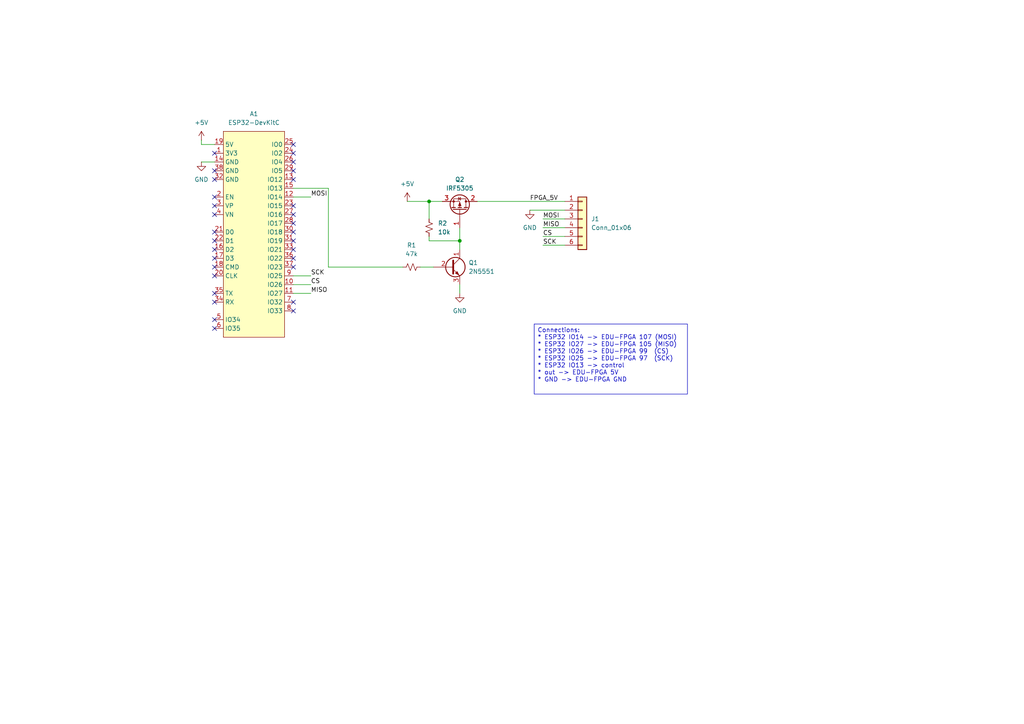
<source format=kicad_sch>
(kicad_sch (version 20231120) (generator "eeschema") (generator_version "8.0")
  (paper "A4")
  (title_block (title "ESP32-FPGA interface"))
  (lib_symbols
    (symbol "Connector_Generic:Conn_01x06" (pin_names (offset 1.016) hide)
      (property "Reference" "J" (at 0 7.62 0))
      (property "Value" "Conn_01x06" (at 0 -10.16 0))
      (symbol "Conn_01x06_1_1"
        (rectangle (start -1.27 -7.493) (end 0 -7.747) (stroke (width 0.1524)))
        (rectangle (start -1.27 -4.953) (end 0 -5.207) (stroke (width 0.1524)))
        (rectangle (start -1.27 -2.413) (end 0 -2.667) (stroke (width 0.1524)))
        (rectangle (start -1.27 0.127) (end 0 -0.127) (stroke (width 0.1524)))
        (rectangle (start -1.27 2.667) (end 0 2.413) (stroke (width 0.1524)))
        (rectangle (start -1.27 5.207) (end 0 4.953) (stroke (width 0.1524)))
        (rectangle (start -1.27 6.35) (end 1.27 -8.89) (stroke (width 0.254)) (fill (type background)))
        (pin passive line (at -5.08 5.08 0) (length 3.81) (name "Pin_1") (number "1"))
        (pin passive line (at -5.08 2.54 0) (length 3.81) (name "Pin_2") (number "2"))
        (pin passive line (at -5.08 0 0) (length 3.81) (name "Pin_3") (number "3"))
        (pin passive line (at -5.08 -2.54 0) (length 3.81) (name "Pin_4") (number "4"))
        (pin passive line (at -5.08 -5.08 0) (length 3.81) (name "Pin_5") (number "5"))
        (pin passive line (at -5.08 -7.62 0) (length 3.81) (name "Pin_6") (number "6"))
      )
    )
    (symbol "Device:Q_NPN_CBE" (pin_names (offset 0) hide)
      (property "Reference" "Q" (at 5.08 1.27 0))
      (property "Value" "Q_NPN_CBE" (at 5.08 -1.27 0))
      (symbol "Q_NPN_CBE_0_1"
        (polyline (pts (xy 0.635 0.635) (xy 2.54 2.54)))
        (polyline (pts (xy 0.635 -0.635) (xy 2.54 -2.54) (xy 2.54 -2.54)))
        (polyline (pts (xy 0.635 1.905) (xy 0.635 -1.905) (xy 0.635 -1.905)) (stroke (width 0.508)))
        (polyline (pts (xy 1.27 -1.778) (xy 1.778 -1.27) (xy 2.286 -2.286) (xy 1.27 -1.778) (xy 1.27 -1.778)) (fill (type outline)))
        (circle (center 1.27 0) (radius 2.8194) (stroke (width 0.254)))
      )
      (symbol "Q_NPN_CBE_1_1"
        (pin passive line (at 2.54 5.08 270) (length 2.54) (name "C") (number "1"))
        (pin input line (at -5.08 0 0) (length 5.715) (name "B") (number "2"))
        (pin passive line (at 2.54 -5.08 90) (length 2.54) (name "E") (number "3"))
      )
    )
    (symbol "Device:Q_PMOS_GDS" (pin_names (offset 0) hide)
      (property "Reference" "Q" (at 5.08 1.27 0))
      (property "Value" "Q_PMOS_GDS" (at 5.08 -1.27 0))
      (symbol "Q_PMOS_GDS_0_1"
        (polyline (pts (xy 0.254 0) (xy -2.54 0)))
        (polyline (pts (xy 0.254 1.905) (xy 0.254 -1.905)) (stroke (width 0.254)))
        (polyline (pts (xy 0.762 -1.27) (xy 0.762 -2.286)) (stroke (width 0.254)))
        (polyline (pts (xy 0.762 0.508) (xy 0.762 -0.508)) (stroke (width 0.254)))
        (polyline (pts (xy 0.762 2.286) (xy 0.762 1.27)) (stroke (width 0.254)))
        (polyline (pts (xy 2.54 2.54) (xy 2.54 1.778)))
        (polyline (pts (xy 2.54 -2.54) (xy 2.54 0) (xy 0.762 0)))
        (polyline (pts (xy 0.762 1.778) (xy 3.302 1.778) (xy 3.302 -1.778) (xy 0.762 -1.778)))
        (polyline (pts (xy 2.286 0) (xy 1.27 0.381) (xy 1.27 -0.381) (xy 2.286 0)) (fill (type outline)))
        (polyline (pts (xy 2.794 -0.508) (xy 2.921 -0.381) (xy 3.683 -0.381) (xy 3.81 -0.254)))
        (polyline (pts (xy 3.302 -0.381) (xy 2.921 0.254) (xy 3.683 0.254) (xy 3.302 -0.381)))
        (circle (center 1.651 0) (radius 2.794) (stroke (width 0.254)))
        (circle (center 2.54 -1.778) (radius 0.254) (fill (type outline)))
        (circle (center 2.54 1.778) (radius 0.254) (fill (type outline)))
      )
      (symbol "Q_PMOS_GDS_1_1"
        (pin input line (at -5.08 0 0) (length 2.54) (name "G") (number "1"))
        (pin passive line (at 2.54 5.08 270) (length 2.54) (name "D") (number "2"))
        (pin passive line (at 2.54 -5.08 90) (length 2.54) (name "S") (number "3"))
      )
    )
    (symbol "Device:R_Small_US" (pin_numbers hide) (pin_names (offset 0.254) hide)
      (property "Reference" "R" (at 0.762 0.508 0))
      (property "Value" "R_Small_US" (at 0.762 -1.016 0))
      (symbol "R_Small_US_1_1"
        (polyline (pts (xy 0 0) (xy 1.016 -0.381) (xy 0 -0.762) (xy -1.016 -1.143) (xy 0 -1.524)))
        (polyline (pts (xy 0 1.524) (xy 1.016 1.143) (xy 0 0.762) (xy -1.016 0.381) (xy 0 0)))
        (pin passive line (at 0 2.54 270) (length 1.016) (name "~") (number "1"))
        (pin passive line (at 0 -2.54 90) (length 1.016) (name "~") (number "2"))
      )
    )
    (symbol "ESP32_Module:ESP32-DevKitC"
      (property "Reference" "A" (at -8.382 26.924 0))
      (property "Value" "ESP32-DevKitC" (at -0.254 -36.068 0))
      (symbol "ESP32-DevKitC_1_1"
        (rectangle (start -8.89 25.4) (end 8.89 -34.29) (fill (type background)))
        (pin power_out line (at -11.43 19.05 0) (length 2.54) (name "3V3") (number "1"))
        (pin bidirectional line (at 11.43 -19.05 180) (length 2.54) (name "IO26") (number "10"))
        (pin bidirectional line (at 11.43 -21.59 180) (length 2.54) (name "IO27") (number "11"))
        (pin bidirectional line (at 11.43 6.35 180) (length 2.54) (name "IO14") (number "12"))
        (pin bidirectional line (at 11.43 11.43 180) (length 2.54) (name "IO12") (number "13"))
        (pin power_out line (at -11.43 16.51 0) (length 2.54) (name "GND") (number "14"))
        (pin bidirectional line (at 11.43 8.89 180) (length 2.54) (name "IO13") (number "15"))
        (pin bidirectional line (at -11.43 -8.89 0) (length 2.54) (name "D2") (number "16"))
        (pin bidirectional line (at -11.43 -11.43 0) (length 2.54) (name "D3") (number "17"))
        (pin bidirectional line (at -11.43 -13.97 0) (length 2.54) (name "CMD") (number "18"))
        (pin power_out line (at -11.43 21.59 0) (length 2.54) (name "5V") (number "19"))
        (pin input line (at -11.43 6.35 0) (length 2.54) (name "EN") (number "2"))
        (pin bidirectional line (at -11.43 -16.51 0) (length 2.54) (name "CLK") (number "20"))
        (pin bidirectional line (at -11.43 -3.81 0) (length 2.54) (name "D0") (number "21"))
        (pin bidirectional line (at -11.43 -6.35 0) (length 2.54) (name "D1") (number "22"))
        (pin bidirectional line (at 11.43 3.81 180) (length 2.54) (name "IO15") (number "23"))
        (pin bidirectional line (at 11.43 19.05 180) (length 2.54) (name "IO2") (number "24"))
        (pin bidirectional line (at 11.43 21.59 180) (length 2.54) (name "IO0") (number "25"))
        (pin bidirectional line (at 11.43 16.51 180) (length 2.54) (name "IO4") (number "26"))
        (pin bidirectional line (at 11.43 1.27 180) (length 2.54) (name "IO16") (number "27"))
        (pin bidirectional line (at 11.43 -1.27 180) (length 2.54) (name "IO17") (number "28"))
        (pin bidirectional line (at 11.43 13.97 180) (length 2.54) (name "IO5") (number "29"))
        (pin input line (at -11.43 3.81 0) (length 2.54) (name "VP") (number "3"))
        (pin bidirectional line (at 11.43 -3.81 180) (length 2.54) (name "IO18") (number "30"))
        (pin bidirectional line (at 11.43 -6.35 180) (length 2.54) (name "IO19") (number "31"))
        (pin power_out line (at -11.43 11.43 0) (length 2.54) (name "GND") (number "32"))
        (pin bidirectional line (at 11.43 -8.89 180) (length 2.54) (name "IO21") (number "33"))
        (pin bidirectional line (at -11.43 -24.13 0) (length 2.54) (name "RX") (number "34"))
        (pin bidirectional line (at -11.43 -21.59 0) (length 2.54) (name "TX") (number "35"))
        (pin bidirectional line (at 11.43 -11.43 180) (length 2.54) (name "IO22") (number "36"))
        (pin bidirectional line (at 11.43 -13.97 180) (length 2.54) (name "IO23") (number "37"))
        (pin power_out line (at -11.43 13.97 0) (length 2.54) (name "GND") (number "38"))
        (pin input line (at -11.43 1.27 0) (length 2.54) (name "VN") (number "4"))
        (pin input line (at -11.43 -29.21 0) (length 2.54) (name "IO34") (number "5"))
        (pin input line (at -11.43 -31.75 0) (length 2.54) (name "IO35") (number "6"))
        (pin bidirectional line (at 11.43 -24.13 180) (length 2.54) (name "IO32") (number "7"))
        (pin bidirectional line (at 11.43 -26.67 180) (length 2.54) (name "IO33") (number "8"))
        (pin bidirectional line (at 11.43 -16.51 180) (length 2.54) (name "IO25") (number "9"))
      )
    )
    (symbol "power:+5V" (power) (pin_numbers hide) (pin_names (offset 0) hide)
      (property "Value" "+5V" (at 0 3.556 0))
      (symbol "+5V_0_1"
        (polyline (pts (xy -0.762 1.27) (xy 0 2.54)))
        (polyline (pts (xy 0 0) (xy 0 2.54)))
        (polyline (pts (xy 0 2.54) (xy 0.762 1.27)))
      )
      (symbol "+5V_1_1"
        (pin power_in line (at 0 0 90) (length 0) (name "~") (number "1"))
      )
    )
    (symbol "power:GND" (power) (pin_numbers hide) (pin_names (offset 0) hide)
      (property "Value" "GND" (at 0 -3.81 0))
      (symbol "GND_0_1"
        (polyline (pts (xy 0 0) (xy 0 -1.27) (xy 1.27 -1.27) (xy 0 -2.54) (xy -1.27 -1.27) (xy 0 -1.27)))
      )
      (symbol "GND_1_1"
        (pin power_in line (at 0 0 270) (length 0) (name "~") (number "1"))
      )
    )
  )
  (junction (at 133.35 69.85))
  (junction (at 124.46 58.42))
  (no_connect (at 85.09 87.63))
  (no_connect (at 85.09 72.39))
  (no_connect (at 85.09 59.69))
  (no_connect (at 85.09 49.53))
  (no_connect (at 62.23 95.25))
  (no_connect (at 85.09 74.93))
  (no_connect (at 62.23 59.69))
  (no_connect (at 62.23 62.23))
  (no_connect (at 62.23 92.71))
  (no_connect (at 85.09 44.45))
  (no_connect (at 85.09 41.91))
  (no_connect (at 85.09 64.77))
  (no_connect (at 62.23 69.85))
  (no_connect (at 85.09 62.23))
  (no_connect (at 85.09 46.99))
  (no_connect (at 62.23 85.09))
  (no_connect (at 62.23 80.01))
  (no_connect (at 85.09 90.17))
  (no_connect (at 62.23 49.53))
  (no_connect (at 62.23 74.93))
  (no_connect (at 85.09 69.85))
  (no_connect (at 62.23 87.63))
  (no_connect (at 85.09 77.47))
  (no_connect (at 62.23 44.45))
  (no_connect (at 62.23 77.47))
  (no_connect (at 85.09 67.31))
  (no_connect (at 85.09 52.07))
  (no_connect (at 62.23 52.07))
  (no_connect (at 62.23 57.15))
  (no_connect (at 62.23 67.31))
  (no_connect (at 62.23 72.39))
  (wire (pts (xy 95.25 54.61) (xy 85.09 54.61)))
  (wire (pts (xy 133.35 66.04) (xy 133.35 69.85)))
  (wire (pts (xy 124.46 58.42) (xy 128.27 58.42)))
  (wire (pts (xy 85.09 85.09) (xy 90.17 85.09)))
  (wire (pts (xy 62.23 41.91) (xy 58.42 41.91)))
  (wire (pts (xy 85.09 80.01) (xy 90.17 80.01)))
  (wire (pts (xy 85.09 57.15) (xy 90.17 57.15)))
  (wire (pts (xy 95.25 77.47) (xy 116.84 77.47)))
  (wire (pts (xy 138.43 58.42) (xy 163.83 58.42)))
  (wire (pts (xy 95.25 77.47) (xy 95.25 54.61)))
  (wire (pts (xy 133.35 69.85) (xy 124.46 69.85)))
  (wire (pts (xy 121.92 77.47) (xy 125.73 77.47)))
  (wire (pts (xy 124.46 68.58) (xy 124.46 69.85)))
  (wire (pts (xy 157.48 68.58) (xy 163.83 68.58)))
  (wire (pts (xy 118.11 58.42) (xy 124.46 58.42)))
  (wire (pts (xy 157.48 66.04) (xy 163.83 66.04)))
  (wire (pts (xy 157.48 71.12) (xy 163.83 71.12)))
  (wire (pts (xy 157.48 63.5) (xy 163.83 63.5)))
  (wire (pts (xy 58.42 41.91) (xy 58.42 40.64)))
  (wire (pts (xy 124.46 63.5) (xy 124.46 58.42)))
  (wire (pts (xy 133.35 82.55) (xy 133.35 85.09)))
  (wire (pts (xy 58.42 46.99) (xy 62.23 46.99)))
  (wire (pts (xy 133.35 69.85) (xy 133.35 72.39)))
  (wire (pts (xy 153.67 60.96) (xy 163.83 60.96)))
  (wire (pts (xy 85.09 82.55) (xy 90.17 82.55)))
  (text_box "Connections:\n* ESP32 IO14 -> EDU-FPGA 107 (MOSI)\n* ESP32 IO27 -> EDU-FPGA 105 (MISO)\n* ESP32 IO26 -> EDU-FPGA 99  (CS)\n* ESP32 IO25 -> EDU-FPGA 97  (SCK)\n* ESP32 IO13 -> control\n* out -> EDU-FPGA 5V\n* GND -> EDU-FPGA GND" (at 154.94 93.98 0) (size 44.45 20.32) (effects (font (size 1.27 1.27)) (justify left top)))
  (label "MISO" (at 157.48 66.04 0))
  (label "FPGA_5V" (at 153.67 58.42 0))
  (label "SCK" (at 90.17 80.01 0))
  (label "MISO" (at 90.17 85.09 0))
  (label "CS" (at 157.48 68.58 0))
  (label "MOSI" (at 90.17 57.15 0))
  (label "MOSI" (at 157.48 63.5 0))
  (label "SCK" (at 157.48 71.12 0))
  (label "CS" (at 90.17 82.55 0))
  (symbol (lib_id "ESP32_Module:ESP32-DevKitC") (at 73.66 63.5 0) (unit 1)
    (property "Reference" "A1" (at 73.66 33.02 0))
    (property "Value" "ESP32-DevKitC" (at 73.66 35.56 0))
    (property "Footprint" "ESP32_Module:ESP32_DevkitC_V4" (effects (hide yes)))
  )
  (symbol (lib_id "Device:Q_NPN_CBE") (at 130.81 77.47 0) (unit 1)
    (property "Reference" "Q1" (at 135.89 76.1999 0) (effects (justify left)))
    (property "Value" "2N5551" (at 135.89 78.7399 0) (effects (justify left)))
    (property "Footprint" "Package_TO_SOT_THT:TO-92" (effects (hide yes)))
    (property "Description" "NPN transistor, collector/base/emitter" (effects (hide yes)))
  )
  (symbol (lib_id "power:GND") (at 153.67 60.96 0) (unit 1)
    (property "Reference" "#PWR05" (effects (hide yes)))
    (property "Value" "GND" (at 153.67 66.04 0))
    (property "Description" "Power symbol creates a global label with name \"GND\" , ground" (effects (hide yes)))
  )
  (symbol (lib_id "Device:Q_PMOS_GDS") (at 133.35 60.96 270) (mirror x) (unit 1)
    (property "Reference" "Q2" (at 133.35 52.07 90))
    (property "Value" "IRF5305" (at 133.35 54.61 90))
    (property "Footprint" "Package_TO_SOT_THT:TO-220-3_Vertical" (effects (hide yes)))
    (property "Description" "P-MOSFET transistor, gate/drain/source" (effects (hide yes)))
  )
  (symbol (lib_id "Connector_Generic:Conn_01x06") (at 168.91 63.5 0) (unit 1)
    (property "Reference" "J1" (at 171.45 63.4999 0) (effects (justify left)))
    (property "Value" "Conn_01x06" (at 171.45 66.0399 0) (effects (justify left)))
    (property "Footprint" "Connector_PinSocket_2.54mm:PinSocket_1x06_P2.54mm_Vertical" (effects (hide yes)))
    (property "Description" "Generic connector, single row, 01x06, script generated (kicad-library-utils/schlib/autogen/connector/)" (effects (hide yes)))
  )
  (symbol (lib_id "power:+5V") (at 118.11 58.42 0) (unit 1)
    (property "Reference" "#PWR03" (effects (hide yes)))
    (property "Value" "+5V" (at 118.11 53.34 0))
    (property "Description" "Power symbol creates a global label with name \"+5V\"" (effects (hide yes)))
  )
  (symbol (lib_id "Device:R_Small_US") (at 124.46 66.04 0) (unit 1)
    (property "Reference" "R2" (at 127 64.7699 0) (effects (justify left)))
    (property "Value" "10k" (at 127 67.3099 0) (effects (justify left)))
    (property "Footprint" "Resistor_THT:R_Axial_DIN0207_L6.3mm_D2.5mm_P10.16mm_Horizontal" (effects (hide yes)))
    (property "Description" "Resistor, small US symbol" (effects (hide yes)))
  )
  (symbol (lib_id "Device:R_Small_US") (at 119.38 77.47 90) (unit 1)
    (property "Reference" "R1" (at 119.38 71.12 90))
    (property "Value" "47k" (at 119.38 73.66 90))
    (property "Footprint" "Resistor_THT:R_Axial_DIN0207_L6.3mm_D2.5mm_P10.16mm_Horizontal" (effects (hide yes)))
    (property "Description" "Resistor, small US symbol" (effects (hide yes)))
  )
  (symbol (lib_id "power:GND") (at 133.35 85.09 0) (unit 1)
    (property "Reference" "#PWR04" (effects (hide yes)))
    (property "Value" "GND" (at 133.35 90.17 0))
    (property "Description" "Power symbol creates a global label with name \"GND\" , ground" (effects (hide yes)))
  )
  (symbol (lib_id "power:+5V") (at 58.42 40.64 0) (unit 1)
    (property "Reference" "#PWR01" (effects (hide yes)))
    (property "Value" "+5V" (at 58.42 35.56 0))
    (property "Description" "Power symbol creates a global label with name \"+5V\"" (effects (hide yes)))
  )
  (symbol (lib_id "power:GND") (at 58.42 46.99 0) (unit 1)
    (property "Reference" "#PWR02" (effects (hide yes)))
    (property "Value" "GND" (at 58.42 52.07 0))
    (property "Description" "Power symbol creates a global label with name \"GND\" , ground" (effects (hide yes)))
  )
)
</source>
